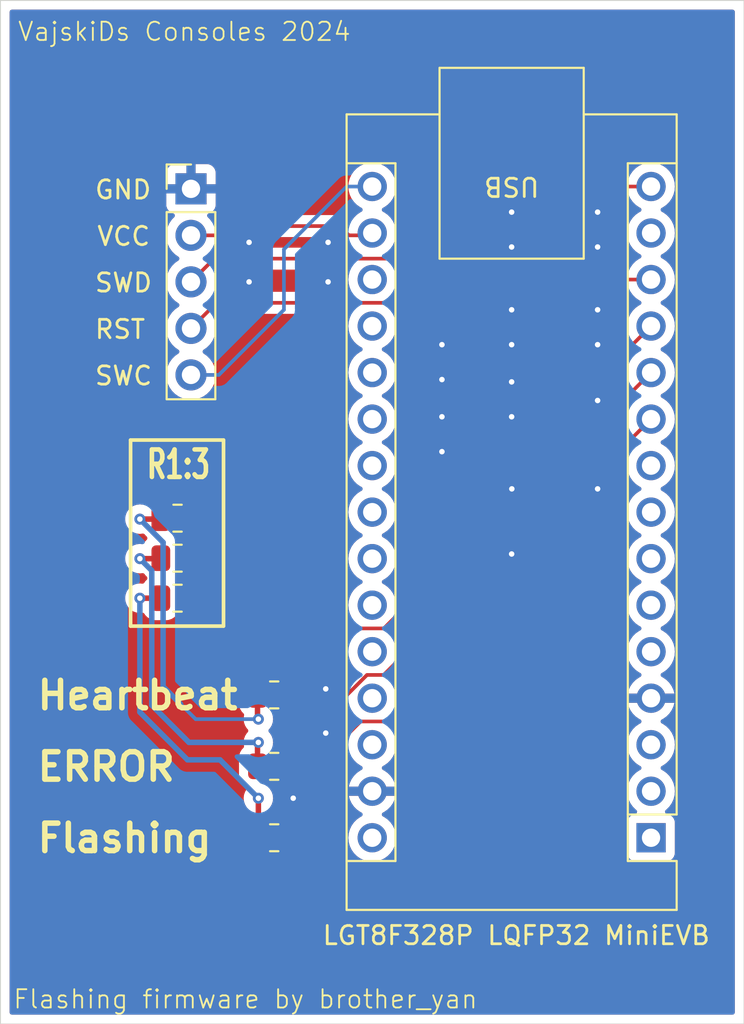
<source format=kicad_pcb>
(kicad_pcb (version 20221018) (generator pcbnew)
  (layers (0 "F.Cu" signal) (31 "B.Cu" signal) (34 "B.Paste" user) (35 "F.Paste" user) (36 "B.SilkS" user "B.Silkscreen") (37 "F.SilkS" user "F.Silkscreen") (38 "B.Mask" user) (39 "F.Mask" user) (44 "Edge.Cuts" user))
  (net 0 "")
  (net 1 "GND")
  (net 2 "3.3v")
  (net 3 "D12")
  (net 4 "D10")
  (net 5 "D13")
  (net 6 "LED1")
  (net 7 "LED2")
  (net 8 "LED3")
  (net 9 "LED1_R")
  (net 10 "LED2_R")
  (net 11 "LED3_R")
  (footprint "Connector_PinHeader_2.54mm:PinHeader_1x05_P2.54mm_Vertical" (layer "F.Cu") (at 81.534 81.407)
    (fp_text reference "REF**" hide)
    (fp_text value "PinHeader_1x05_P2.54mm_Vertical" hide)
    (fp_line (start -1.33 -1.33) (end 0 -1.33) (stroke (width 0.12)) (layer "F.SilkS"))
    (fp_line (start -1.33 0) (end -1.33 -1.33) (stroke (width 0.12)) (layer "F.SilkS"))
    (fp_line (start -1.33 1.27) (end -1.33 11.49) (stroke (width 0.12)) (layer "F.SilkS"))
    (fp_line (start -1.33 1.27) (end 1.33 1.27) (stroke (width 0.12)) (layer "F.SilkS"))
    (fp_line (start -1.33 11.49) (end 1.33 11.49) (stroke (width 0.12)) (layer "F.SilkS"))
    (fp_line (start 1.33 1.27) (end 1.33 11.49) (stroke (width 0.12)) (layer "F.SilkS"))
    (pad "1" thru_hole rect (at 0 0) (size 1.7 1.7) (drill 1) (layers "*.Cu" "*.Mask") (net 1 "GND"))
    (pad "2" thru_hole oval (at 0 2.54) (size 1.7 1.7) (drill 1) (layers "*.Cu" "*.Mask") (net 2 "3.3v"))
    (pad "3" thru_hole oval (at 0 5.08) (size 1.7 1.7) (drill 1) (layers "*.Cu" "*.Mask") (net 3 "D12"))
    (pad "4" thru_hole oval (at 0 7.62) (size 1.7 1.7) (drill 1) (layers "*.Cu" "*.Mask") (net 4 "D10"))
    (pad "5" thru_hole oval (at 0 10.16) (size 1.7 1.7) (drill 1) (layers "*.Cu" "*.Mask") (net 5 "D13"))
  )
  (footprint "Resistor_SMD:R_0805_2012Metric" (layer "F.Cu") (at 86.0825 112.94 180)
    (fp_text reference "REF**" hide)
    (fp_text value "R_0805_2012Metric" hide)
    (fp_line (start -0.227064 -0.735) (end 0.227064 -0.735) (stroke (width 0.12)) (layer "F.SilkS"))
    (fp_line (start -0.227064 0.735) (end 0.227064 0.735) (stroke (width 0.12)) (layer "F.SilkS"))
    (pad "1" smd roundrect (at -0.9125 0 180) (size 1.025 1.4) (layers "F.Cu" "F.Paste" "F.Mask") (roundrect_rratio 0.243902439) (net 7 "LED2"))
    (pad "2" smd roundrect (at 0.9125 0 180) (size 1.025 1.4) (layers "F.Cu" "F.Paste" "F.Mask") (roundrect_rratio 0.243902439) (net 10 "LED2_R"))
  )
  (footprint "Resistor_SMD:R_0805_2012Metric" (layer "F.Cu") (at 80.7995 99.3902 180)
    (fp_text reference "REF**" hide)
    (fp_text value "R_0805_2012Metric" hide)
    (fp_line (start -0.227064 -0.735) (end 0.227064 -0.735) (stroke (width 0.12)) (layer "F.SilkS"))
    (fp_line (start -0.227064 0.735) (end 0.227064 0.735) (stroke (width 0.12)) (layer "F.SilkS"))
    (pad "1" smd roundrect (at -0.9125 0 180) (size 1.025 1.4) (layers "F.Cu" "F.Paste" "F.Mask") (roundrect_rratio 0.243902439) (net 1 "GND"))
    (pad "2" smd roundrect (at 0.9125 0 180) (size 1.025 1.4) (layers "F.Cu" "F.Paste" "F.Mask") (roundrect_rratio 0.243902439) (net 9 "LED1_R"))
  )
  (footprint "Resistor_SMD:R_0805_2012Metric" (layer "F.Cu") (at 80.7995 103.759 180)
    (fp_text reference "REF**" hide)
    (fp_text value "R_0805_2012Metric" hide)
    (fp_line (start -0.227064 -0.735) (end 0.227064 -0.735) (stroke (width 0.12)) (layer "F.SilkS"))
    (fp_line (start -0.227064 0.735) (end 0.227064 0.735) (stroke (width 0.12)) (layer "F.SilkS"))
    (pad "1" smd roundrect (at -0.9125 0 180) (size 1.025 1.4) (layers "F.Cu" "F.Paste" "F.Mask") (roundrect_rratio 0.243902439) (net 1 "GND"))
    (pad "2" smd roundrect (at 0.9125 0 180) (size 1.025 1.4) (layers "F.Cu" "F.Paste" "F.Mask") (roundrect_rratio 0.243902439) (net 11 "LED3_R"))
  )
  (footprint "Module:Arduino_Nano" (layer "F.Cu") (at 106.68 116.84 180)
    (fp_text reference "LGT8F328P LQFP32 MiniEVB" hide)
    (fp_text value "Arduino_Nano" hide)
    (fp_text user "USB" (at 7.62 35.56 180 unlocked) (layer "F.SilkS"))
    (fp_line (start -1.4 -3.94) (end -1.4 -1.27) (stroke (width 0.12)) (layer "F.SilkS"))
    (fp_line (start -1.4 1.27) (end -1.4 39.5) (stroke (width 0.12)) (layer "F.SilkS"))
    (fp_line (start -1.4 39.5) (end 3.68 39.5) (stroke (width 0.12)) (layer "F.SilkS"))
    (fp_line (start 1.27 -1.27) (end -1.4 -1.27) (stroke (width 0.12)) (layer "F.SilkS"))
    (fp_line (start 1.27 1.27) (end -1.4 1.27) (stroke (width 0.12)) (layer "F.SilkS"))
    (fp_line (start 1.27 1.27) (end 1.27 -1.27) (stroke (width 0.12)) (layer "F.SilkS"))
    (fp_line (start 1.27 1.27) (end 1.27 36.83) (stroke (width 0.12)) (layer "F.SilkS"))
    (fp_line (start 1.27 36.83) (end -1.4 36.83) (stroke (width 0.12)) (layer "F.SilkS"))
    (fp_line (start 3.68 31.62) (end 11.56 31.62) (stroke (width 0.12)) (layer "F.SilkS"))
    (fp_line (start 3.68 42.04) (end 3.68 31.62) (stroke (width 0.12)) (layer "F.SilkS"))
    (fp_line (start 11.56 31.62) (end 11.56 42.04) (stroke (width 0.12)) (layer "F.SilkS"))
    (fp_line (start 11.56 42.04) (end 3.68 42.04) (stroke (width 0.12)) (layer "F.SilkS"))
    (fp_line (start 13.97 -1.27) (end 13.97 36.83) (stroke (width 0.12)) (layer "F.SilkS"))
    (fp_line (start 13.97 -1.27) (end 16.64 -1.27) (stroke (width 0.12)) (layer "F.SilkS"))
    (fp_line (start 13.97 36.83) (end 16.64 36.83) (stroke (width 0.12)) (layer "F.SilkS"))
    (fp_line (start 16.64 -3.94) (end -1.4 -3.94) (stroke (width 0.12)) (layer "F.SilkS"))
    (fp_line (start 16.64 39.5) (end 11.56 39.5) (stroke (width 0.12)) (layer "F.SilkS"))
    (fp_line (start 16.64 39.5) (end 16.64 -3.94) (stroke (width 0.12)) (layer "F.SilkS"))
    (pad "1" thru_hole rect (at 0 0 180) (size 1.6 1.6) (drill 1) (layers "*.Cu" "*.Mask"))
    (pad "2" thru_hole oval (at 0 2.54 180) (size 1.6 1.6) (drill 1) (layers "*.Cu" "*.Mask"))
    (pad "3" thru_hole oval (at 0 5.08 180) (size 1.6 1.6) (drill 1) (layers "*.Cu" "*.Mask"))
    (pad "4" thru_hole oval (at 0 7.62 180) (size 1.6 1.6) (drill 1) (layers "*.Cu" "*.Mask") (net 1 "GND"))
    (pad "5" thru_hole oval (at 0 10.16 180) (size 1.6 1.6) (drill 1) (layers "*.Cu" "*.Mask"))
    (pad "6" thru_hole oval (at 0 12.7 180) (size 1.6 1.6) (drill 1) (layers "*.Cu" "*.Mask"))
    (pad "7" thru_hole oval (at 0 15.24 180) (size 1.6 1.6) (drill 1) (layers "*.Cu" "*.Mask"))
    (pad "8" thru_hole oval (at 0 17.78 180) (size 1.6 1.6) (drill 1) (layers "*.Cu" "*.Mask"))
    (pad "9" thru_hole oval (at 0 20.32 180) (size 1.6 1.6) (drill 1) (layers "*.Cu" "*.Mask"))
    (pad "10" thru_hole oval (at 0 22.86 180) (size 1.6 1.6) (drill 1) (layers "*.Cu" "*.Mask") (net 8 "LED3"))
    (pad "11" thru_hole oval (at 0 25.4 180) (size 1.6 1.6) (drill 1) (layers "*.Cu" "*.Mask") (net 7 "LED2"))
    (pad "12" thru_hole oval (at 0 27.94 180) (size 1.6 1.6) (drill 1) (layers "*.Cu" "*.Mask") (net 6 "LED1"))
    (pad "13" thru_hole oval (at 0 30.48 180) (size 1.6 1.6) (drill 1) (layers "*.Cu" "*.Mask") (net 4 "D10"))
    (pad "14" thru_hole oval (at 0 33.02 180) (size 1.6 1.6) (drill 1) (layers "*.Cu" "*.Mask"))
    (pad "15" thru_hole oval (at 0 35.56 180) (size 1.6 1.6) (drill 1) (layers "*.Cu" "*.Mask") (net 3 "D12"))
    (pad "16" thru_hole oval (at 15.24 35.56 180) (size 1.6 1.6) (drill 1) (layers "*.Cu" "*.Mask") (net 5 "D13"))
    (pad "17" thru_hole oval (at 15.24 33.02 180) (size 1.6 1.6) (drill 1) (layers "*.Cu" "*.Mask") (net 2 "3.3v"))
    (pad "18" thru_hole oval (at 15.24 30.48 180) (size 1.6 1.6) (drill 1) (layers "*.Cu" "*.Mask"))
    (pad "19" thru_hole oval (at 15.24 27.94 180) (size 1.6 1.6) (drill 1) (layers "*.Cu" "*.Mask"))
    (pad "20" thru_hole oval (at 15.24 25.4 180) (size 1.6 1.6) (drill 1) (layers "*.Cu" "*.Mask"))
    (pad "21" thru_hole oval (at 15.24 22.86 180) (size 1.6 1.6) (drill 1) (layers "*.Cu" "*.Mask"))
    (pad "22" thru_hole oval (at 15.24 20.32 180) (size 1.6 1.6) (drill 1) (layers "*.Cu" "*.Mask"))
    (pad "23" thru_hole oval (at 15.24 17.78 180) (size 1.6 1.6) (drill 1) (layers "*.Cu" "*.Mask"))
    (pad "24" thru_hole oval (at 15.24 15.24 180) (size 1.6 1.6) (drill 1) (layers "*.Cu" "*.Mask"))
    (pad "25" thru_hole oval (at 15.24 12.7 180) (size 1.6 1.6) (drill 1) (layers "*.Cu" "*.Mask"))
    (pad "26" thru_hole oval (at 15.24 10.16 180) (size 1.6 1.6) (drill 1) (layers "*.Cu" "*.Mask"))
    (pad "27" thru_hole oval (at 15.24 7.62 180) (size 1.6 1.6) (drill 1) (layers "*.Cu" "*.Mask"))
    (pad "28" thru_hole oval (at 15.24 5.08 180) (size 1.6 1.6) (drill 1) (layers "*.Cu" "*.Mask"))
    (pad "29" thru_hole oval (at 15.24 2.54 180) (size 1.6 1.6) (drill 1) (layers "*.Cu" "*.Mask") (net 1 "GND"))
    (pad "30" thru_hole oval (at 15.24 0 180) (size 1.6 1.6) (drill 1) (layers "*.Cu" "*.Mask"))
  )
  (footprint "Resistor_SMD:R_0805_2012Metric" (layer "F.Cu") (at 86.0825 116.84 180)
    (fp_text reference "REF**" hide)
    (fp_text value "R_0805_2012Metric" hide)
    (fp_line (start -0.227064 -0.735) (end 0.227064 -0.735) (stroke (width 0.12)) (layer "F.SilkS"))
    (fp_line (start -0.227064 0.735) (end 0.227064 0.735) (stroke (width 0.12)) (layer "F.SilkS"))
    (pad "1" smd roundrect (at -0.9125 0 180) (size 1.025 1.4) (layers "F.Cu" "F.Paste" "F.Mask") (roundrect_rratio 0.243902439) (net 8 "LED3"))
    (pad "2" smd roundrect (at 0.9125 0 180) (size 1.025 1.4) (layers "F.Cu" "F.Paste" "F.Mask") (roundrect_rratio 0.243902439) (net 11 "LED3_R"))
  )
  (footprint "Resistor_SMD:R_0805_2012Metric" (layer "F.Cu") (at 80.7995 101.5746 180)
    (fp_text reference "REF**" hide)
    (fp_text value "R_0805_2012Metric" hide)
    (fp_line (start -0.227064 -0.735) (end 0.227064 -0.735) (stroke (width 0.12)) (layer "F.SilkS"))
    (fp_line (start -0.227064 0.735) (end 0.227064 0.735) (stroke (width 0.12)) (layer "F.SilkS"))
    (pad "1" smd roundrect (at -0.9125 0 180) (size 1.025 1.4) (layers "F.Cu" "F.Paste" "F.Mask") (roundrect_rratio 0.243902439) (net 1 "GND"))
    (pad "2" smd roundrect (at 0.9125 0 180) (size 1.025 1.4) (layers "F.Cu" "F.Paste" "F.Mask") (roundrect_rratio 0.243902439) (net 10 "LED2_R"))
  )
  (footprint "Resistor_SMD:R_0805_2012Metric" (layer "F.Cu") (at 86.0825 109.04 180)
    (fp_text reference "REF**" hide)
    (fp_text value "R_0805_2012Metric" hide)
    (fp_line (start -0.227064 -0.735) (end 0.227064 -0.735) (stroke (width 0.12)) (layer "F.SilkS"))
    (fp_line (start -0.227064 0.735) (end 0.227064 0.735) (stroke (width 0.12)) (layer "F.SilkS"))
    (pad "1" smd roundrect (at -0.9125 0 180) (size 1.025 1.4) (layers "F.Cu" "F.Paste" "F.Mask") (roundrect_rratio 0.243902439) (net 6 "LED1"))
    (pad "2" smd roundrect (at 0.9125 0 180) (size 1.025 1.4) (layers "F.Cu" "F.Paste" "F.Mask") (roundrect_rratio 0.243902439) (net 9 "LED1_R"))
  )
  (gr_line (start 78.232 95.123) (end 78.232 105.283) (stroke (width 0.2)) (layer "F.SilkS"))
  (gr_line (start 78.232 105.283) (end 83.312 105.283) (stroke (width 0.2)) (layer "F.SilkS"))
  (gr_line (start 83.312 105.283) (end 83.312 95.123) (stroke (width 0.2)) (layer "F.SilkS"))
  (gr_line (start 83.312 95.123) (end 78.232 95.123) (stroke (width 0.2)) (layer "F.SilkS"))
  (gr_line (start 76.2 71.12) (end 111.76 71.12) (stroke (width 0.05)) (layer "Edge.Cuts"))
  (gr_line (start 71.12 127) (end 71.12 71.12) (stroke (width 0.05)) (layer "Edge.Cuts"))
  (gr_line (start 71.12 71.12) (end 76.2 71.12) (stroke (width 0.05)) (layer "Edge.Cuts"))
  (gr_line (start 111.76 71.12) (end 111.76 127) (stroke (width 0.05)) (layer "Edge.Cuts"))
  (gr_line (start 111.76 127) (end 71.12 127) (stroke (width 0.05)) (layer "Edge.Cuts"))
  (gr_text "ERROR" (at 72.99 113.84) (layer "F.SilkS") (effects (font (size 1.5 1.5) (thickness 0.3) bold) (justify left bottom)))
  (gr_text "VajskiDs Consoles 2024" (at 72.009 73.406) (layer "F.SilkS") (effects (font (size 1 1) (thickness 0.1)) (justify left bottom)))
  (gr_text "SWD" (at 76.2 87.122) (layer "F.SilkS") (effects (font (size 1 1)) (justify left bottom)))
  (gr_text "Flashing firmware by brother_yan\n" (at 71.755 126.238) (layer "F.SilkS") (effects (font (size 1 1) (thickness 0.1)) (justify left bottom)))
  (gr_text "Flashing" (at 72.99 117.74) (layer "F.SilkS") (effects (font (size 1.5 1.5) (thickness 0.3) bold) (justify left bottom)))
  (gr_text "VCC" (at 76.327 84.582) (layer "F.SilkS") (effects (font (size 1 1)) (justify left bottom)))
  (gr_text "SWC" (at 76.2 92.202) (layer "F.SilkS") (effects (font (size 1 1)) (justify left bottom)))
  (gr_text "GND" (at 76.2 82.042) (layer "F.SilkS") (effects (font (size 1 1)) (justify left bottom)))
  (gr_text "LGT8F328P LQFP32 MiniEVB" (at 99.314 122.174) (layer "F.SilkS") (effects (font (size 1 1))))
  (gr_text "RST" (at 76.2 89.662) (layer "F.SilkS") (effects (font (size 1 1)) (justify left bottom)))
  (gr_text "Heartbeat" (at 72.99 109.94) (layer "F.SilkS") (effects (font (size 1.5 1.5) (thickness 0.3) bold) (justify left bottom)))
  (gr_text "R1:3" (at 78.994 97.333) (layer "F.SilkS") (effects (font (size 1.5 1) (thickness 0.25) bold) (justify left bottom)))
  (via (at 99.06 88.011) (size 0.6) (drill 0.3) (layers "F.Cu" "B.Cu") (net 1))
  (via (at 87.122 114.681) (size 0.6) (drill 0.3) (layers "F.Cu" "B.Cu") (net 1))
  (via (at 103.759 88.011) (size 0.6) (drill 0.3) (layers "F.Cu" "B.Cu") (net 1))
  (via (at 99.06 84.582) (size 0.6) (drill 0.3) (layers "F.Cu" "B.Cu") (net 1))
  (via (at 84.709 86.487) (size 0.6) (drill 0.3) (layers "F.Cu" "B.Cu") (net 1))
  (via (at 84.709 84.328) (size 0.6) (drill 0.3) (layers "F.Cu" "B.Cu") (net 1))
  (via (at 99.07 97.79) (size 0.6) (drill 0.3) (layers "F.Cu" "B.Cu") (net 1))
  (via (at 99.06 93.853) (size 0.6) (drill 0.3) (layers "F.Cu" "B.Cu") (net 1))
  (via (at 103.759 97.79) (size 0.6) (drill 0.3) (layers "F.Cu" "B.Cu") (net 1))
  (via (at 99.06 89.916) (size 0.6) (drill 0.3) (layers "F.Cu" "B.Cu") (net 1))
  (via (at 95.25 93.853) (size 0.6) (drill 0.3) (layers "F.Cu" "B.Cu") (net 1))
  (via (at 89.027 86.487) (size 0.6) (drill 0.3) (layers "F.Cu" "B.Cu") (net 1))
  (via (at 95.25 89.916) (size 0.6) (drill 0.3) (layers "F.Cu" "B.Cu") (net 1))
  (via (at 95.25 95.758) (size 0.6) (drill 0.3) (layers "F.Cu" "B.Cu") (net 1))
  (via (at 103.759 84.582) (size 0.6) (drill 0.3) (layers "F.Cu" "B.Cu") (net 1))
  (via (at 103.759 89.916) (size 0.6) (drill 0.3) (layers "F.Cu" "B.Cu") (net 1))
  (via (at 95.25 91.821) (size 0.6) (drill 0.3) (layers "F.Cu" "B.Cu") (net 1))
  (via (at 99.06 91.948) (size 0.6) (drill 0.3) (layers "F.Cu" "B.Cu") (net 1))
  (via (at 99.06 82.677) (size 0.6) (drill 0.3) (layers "F.Cu" "B.Cu") (net 1))
  (via (at 88.9 108.712) (size 0.6) (drill 0.3) (layers "F.Cu" "B.Cu") (net 1))
  (via (at 89.027 84.328) (size 0.6) (drill 0.3) (layers "F.Cu" "B.Cu") (net 1))
  (via (at 88.9 111.125) (size 0.6) (drill 0.3) (layers "F.Cu" "B.Cu") (net 1))
  (via (at 103.759 82.677) (size 0.6) (drill 0.3) (layers "F.Cu" "B.Cu") (net 1))
  (via (at 103.759 92.964) (size 0.6) (drill 0.3) (layers "F.Cu" "B.Cu") (net 1))
  (via (at 99.06 101.346) (size 0.6) (drill 0.3) (layers "F.Cu" "B.Cu") (net 1))
  (segment (start 83.439 83.439) (end 89.662 83.439) (width 0.2) (layer "F.Cu") (net 2))
  (segment (start 82.931 83.947) (end 83.439 83.439) (width 0.2) (layer "F.Cu") (net 2))
  (segment (start 81.534 83.947) (end 82.931 83.947) (width 0.2) (layer "F.Cu") (net 2))
  (segment (start 91.313 83.947) (end 91.44 83.82) (width 0.2) (layer "F.Cu") (net 2))
  (segment (start 89.662 83.439) (end 90.17 83.947) (width 0.2) (layer "F.Cu") (net 2))
  (segment (start 90.17 83.947) (end 91.313 83.947) (width 0.2) (layer "F.Cu") (net 2))
  (segment (start 94.615 85.217) (end 98.552 81.28) (width 0.2) (layer "F.Cu") (net 3))
  (segment (start 81.534 86.487) (end 82.804 85.217) (width 0.2) (layer "F.Cu") (net 3))
  (segment (start 82.804 85.217) (end 94.615 85.217) (width 0.2) (layer "F.Cu") (net 3))
  (segment (start 98.552 81.28) (end 106.68 81.28) (width 0.2) (layer "F.Cu") (net 3))
  (segment (start 95.25 86.36) (end 106.68 86.36) (width 0.2) (layer "F.Cu") (net 4))
  (segment (start 81.534 89.027) (end 82.931 87.63) (width 0.2) (layer "F.Cu") (net 4))
  (segment (start 82.931 87.63) (end 93.98 87.63) (width 0.2) (layer "F.Cu") (net 4))
  (segment (start 93.98 87.63) (end 95.25 86.36) (width 0.2) (layer "F.Cu") (net 4))
  (segment (start 86.614 84.709) (end 90.043 81.28) (width 0.2) (layer "B.Cu") (net 5))
  (segment (start 90.043 81.28) (end 91.44 81.28) (width 0.2) (layer "B.Cu") (net 5))
  (segment (start 83.058 91.567) (end 86.614 88.011) (width 0.2) (layer "B.Cu") (net 5))
  (segment (start 81.534 91.567) (end 83.058 91.567) (width 0.2) (layer "B.Cu") (net 5))
  (segment (start 86.614 88.011) (end 86.614 84.709) (width 0.2) (layer "B.Cu") (net 5))
  (segment (start 92.075 105.41) (end 93.98 103.505) (width 0.2) (layer "F.Cu") (net 6))
  (segment (start 86.995 109.04) (end 90.625 105.41) (width 0.2) (layer "F.Cu") (net 6))
  (segment (start 90.625 105.41) (end 92.075 105.41) (width 0.2) (layer "F.Cu") (net 6))
  (segment (start 93.98 103.505) (end 93.98 101.6) (width 0.2) (layer "F.Cu") (net 6))
  (segment (start 93.98 101.6) (end 106.68 88.9) (width 0.2) (layer "F.Cu") (net 6))
  (segment (start 91.154365 107.95) (end 92.065635 107.95) (width 0.2) (layer "F.Cu") (net 7))
  (segment (start 92.065635 107.95) (end 95.880317 104.135317) (width 0.2) (layer "F.Cu") (net 7))
  (segment (start 86.995 112.109365) (end 91.154365 107.95) (width 0.2) (layer "F.Cu") (net 7))
  (segment (start 106.68 91.44) (end 95.880317 102.239683) (width 0.2) (layer "F.Cu") (net 7))
  (segment (start 86.995 112.94) (end 86.995 112.109365) (width 0.2) (layer "F.Cu") (net 7))
  (segment (start 95.880317 102.239683) (end 95.880317 104.135317) (width 0.2) (layer "F.Cu") (net 7))
  (segment (start 88.773 115.062) (end 86.995 116.84) (width 0.2) (layer "F.Cu") (net 8))
  (segment (start 104.4575 97.282) (end 104.4575 98.7425) (width 0.2) (layer "F.Cu") (net 8))
  (segment (start 104.4575 96.2025) (end 104.4575 97.282) (width 0.2) (layer "F.Cu") (net 8))
  (segment (start 89.662 111.633) (end 89.662 112.268) (width 0.2) (layer "F.Cu") (net 8))
  (segment (start 104.4575 97.282) (end 104.4575 98.1075) (width 0.2) (layer "F.Cu") (net 8))
  (segment (start 106.68 93.98) (end 104.4575 96.2025) (width 0.2) (layer "F.Cu") (net 8))
  (segment (start 92.71 110.49) (end 90.805 110.49) (width 0.2) (layer "F.Cu") (net 8))
  (segment (start 88.773 113.157) (end 88.773 115.062) (width 0.2) (layer "F.Cu") (net 8))
  (segment (start 104.4575 98.7425) (end 92.71 110.49) (width 0.2) (layer "F.Cu") (net 8))
  (segment (start 89.662 112.268) (end 88.773 113.157) (width 0.2) (layer "F.Cu") (net 8))
  (segment (start 90.805 110.49) (end 89.662 111.633) (width 0.2) (layer "F.Cu") (net 8))
  (segment (start 79.8362 99.441) (end 79.887 99.3902) (width 0.2) (layer "F.Cu") (net 9))
  (segment (start 85.17 110.316) (end 85.217 110.363) (width 0.2) (layer "F.Cu") (net 9))
  (segment (start 78.74 99.441) (end 79.8362 99.441) (width 0.3) (layer "F.Cu") (net 9))
  (segment (start 85.17 109.04) (end 85.17 110.316) (width 0.3) (layer "F.Cu") (net 9))
  (via (at 85.217 110.363) (size 0.6) (drill 0.3) (layers "F.Cu" "B.Cu") (net 9))
  (via (at 78.74 99.441) (size 0.6) (drill 0.3) (layers "F.Cu" "B.Cu") (net 9))
  (segment (start 85.217 110.363) (end 81.788 110.363) (width 0.2) (layer "B.Cu") (net 9))
  (segment (start 81.788 110.363) (end 80.9625 109.5375) (width 0.2) (layer "B.Cu") (net 9))
  (segment (start 80.01 100.711) (end 80.01 108.585) (width 0.3) (layer "B.Cu") (net 9))
  (segment (start 78.74 99.441) (end 80.01 100.711) (width 0.3) (layer "B.Cu") (net 9))
  (segment (start 80.01 108.585) (end 80.9625 109.5375) (width 0.3) (layer "B.Cu") (net 9))
  (segment (start 78.74 101.6) (end 79.8616 101.6) (width 0.3) (layer "F.Cu") (net 10))
  (segment (start 85.17 112.94) (end 85.17 111.68) (width 0.3) (layer "F.Cu") (net 10))
  (segment (start 79.8616 101.6) (end 79.887 101.5746) (width 0.2) (layer "F.Cu") (net 10))
  (segment (start 85.17 111.68) (end 85.217 111.633) (width 0.3) (layer "F.Cu") (net 10))
  (via (at 78.74 101.6) (size 0.6) (drill 0.3) (layers "F.Cu" "B.Cu") (net 10))
  (via (at 85.217 111.633) (size 0.6) (drill 0.3) (layers "F.Cu" "B.Cu") (net 10))
  (segment (start 78.74 101.6) (end 79.39 102.25) (width 0.3) (layer "B.Cu") (net 10))
  (segment (start 83.439 111.633) (end 85.217 111.633) (width 0.3) (layer "B.Cu") (net 10))
  (segment (start 81.422 111.633) (end 83.439 111.633) (width 0.3) (layer "B.Cu") (net 10))
  (segment (start 79.39 109.601) (end 81.422 111.633) (width 0.3) (layer "B.Cu") (net 10))
  (segment (start 79.39 102.25) (end 79.39 109.601) (width 0.3) (layer "B.Cu") (net 10))
  (segment (start 85.217 116.793) (end 85.17 116.84) (width 0.3) (layer "F.Cu") (net 11))
  (segment (start 78.74 103.759) (end 79.887 103.759) (width 0.3) (layer "F.Cu") (net 11))
  (segment (start 85.217 114.681) (end 85.217 116.793) (width 0.3) (layer "F.Cu") (net 11))
  (via (at 85.217 114.681) (size 0.6) (drill 0.3) (layers "F.Cu" "B.Cu") (net 11))
  (via (at 78.74 103.759) (size 0.6) (drill 0.3) (layers "F.Cu" "B.Cu") (net 11))
  (segment (start 78.74 103.759) (end 78.74 109.982) (width 0.3) (layer "B.Cu") (net 11))
  (segment (start 81.3435 112.5855) (end 83.1215 112.5855) (width 0.3) (layer "B.Cu") (net 11))
  (segment (start 85.217 114.681) (end 83.1215 112.5855) (width 0.3) (layer "B.Cu") (net 11))
  (segment (start 78.74 109.982) (end 81.3435 112.5855) (width 0.3) (layer "B.Cu") (net 11))
  (zone (net 1) (net_name "GND") (layers "F&B.Cu") (connect_pads (clearance 0.5)) (min_thickness 0.25) (fill yes (thermal_gap 0.5) (thermal_bridge_width 0.5))
    (polygon (pts (xy 71.12 71.12) (xy 111.76 71.12) (xy 111.76 127) (xy 71.12 127)))
  )
)
</source>
